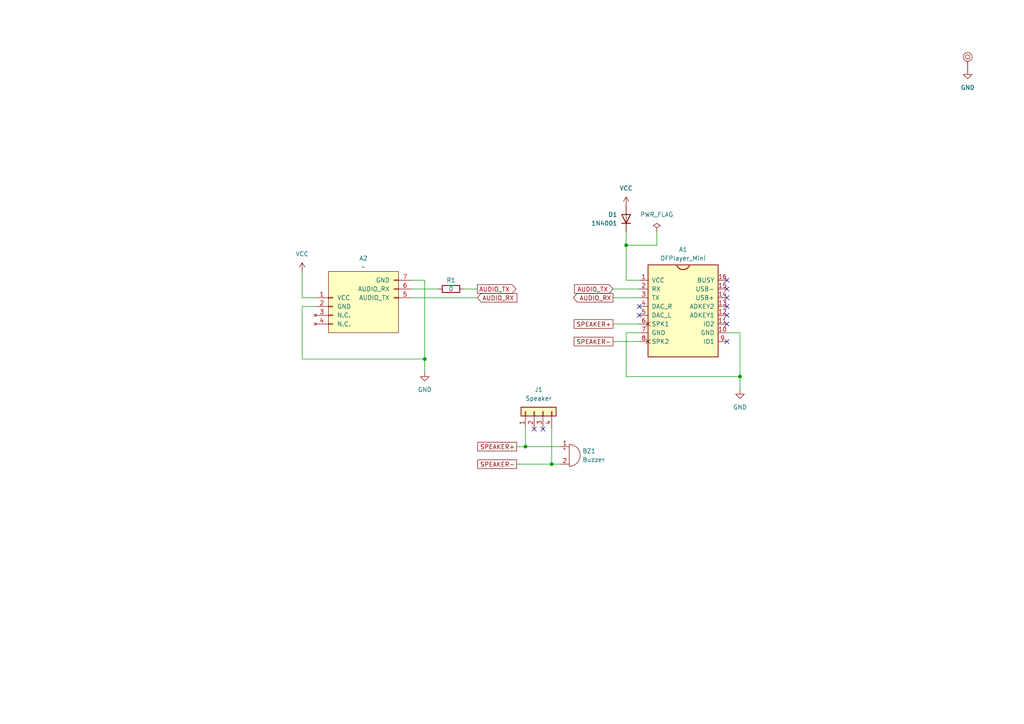
<source format=kicad_sch>
(kicad_sch (version 20231120) (generator "eeschema") (generator_version "8.0")
  (paper "A4")
  (title_block (title "BulkyModem (Audio)") (rev "A") (comment 4 "Adds audio output functionality to module."))
  (lib_symbols
    (symbol "BulkyModem:AudioModule_Panel" (pin_names (offset 2.52))
      (property "Reference" "A" (at 0 6.35 0))
      (symbol "AudioModule_Panel_1_1"
        (rectangle (start -1.27 -10.033) (end 0 -10.287) (stroke (width 0.1524)))
        (rectangle (start -1.27 -7.493) (end 0 -7.747) (stroke (width 0.1524)))
        (rectangle (start -1.27 -4.953) (end 0 -5.207) (stroke (width 0.1524)))
        (rectangle (start -1.27 -2.413) (end 0 -2.667) (stroke (width 0.1524)))
        (polyline (pts (xy -1.27 5.08) (xy -1.27 -12.7) (xy 19.05 -12.7) (xy 19.05 5.08) (xy -1.27 5.08)) (fill (type background)))
        (rectangle (start 19.05 -2.667) (end 17.78 -2.413) (stroke (width 0.1524)))
        (rectangle (start 19.05 -0.127) (end 17.78 0.127) (stroke (width 0.1524)))
        (rectangle (start 19.05 2.413) (end 17.78 2.667) (stroke (width 0.1524)))
        (pin power_out line (at -5.08 -2.54 0) (length 3.81) (name "VCC") (number "1"))
        (pin power_out line (at -5.08 -5.08 0) (length 3.81) (name "GND") (number "2"))
        (pin no_connect line (at -5.08 -7.62 0) (length 3.81) (name "N.C.") (number "3"))
        (pin no_connect line (at -5.08 -10.16 0) (length 3.81) (name "N.C.") (number "4"))
        (pin input line (at 22.86 -2.54 180) (length 3.81) (name "AUDIO_TX") (number "5"))
        (pin output line (at 22.86 0 180) (length 3.81) (name "AUDIO_RX") (number "6"))
        (pin passive line (at 22.86 2.54 180) (length 3.81) (name "GND") (number "7"))
      )
    )
    (symbol "Connector_Generic:Conn_01x04" (pin_names (offset 1.016) hide)
      (property "Reference" "J" (at 0 5.08 0))
      (property "Value" "Conn_01x04" (at 0 -7.62 0))
      (symbol "Conn_01x04_1_1"
        (rectangle (start -1.27 -4.953) (end 0 -5.207) (stroke (width 0.1524)))
        (rectangle (start -1.27 -2.413) (end 0 -2.667) (stroke (width 0.1524)))
        (rectangle (start -1.27 0.127) (end 0 -0.127) (stroke (width 0.1524)))
        (rectangle (start -1.27 2.667) (end 0 2.413) (stroke (width 0.1524)))
        (rectangle (start -1.27 3.81) (end 1.27 -6.35) (stroke (width 0.254)) (fill (type background)))
        (pin passive line (at -5.08 2.54 0) (length 3.81) (name "Pin_1") (number "1"))
        (pin passive line (at -5.08 0 0) (length 3.81) (name "Pin_2") (number "2"))
        (pin passive line (at -5.08 -2.54 0) (length 3.81) (name "Pin_3") (number "3"))
        (pin passive line (at -5.08 -5.08 0) (length 3.81) (name "Pin_4") (number "4"))
      )
    )
    (symbol "DFPlayer_Mini:DFPlayer_Mini" (pin_names (offset 1.016))
      (property "Reference" "A" (at 0 -20.32 0))
      (property "Value" "DFPlayer_Mini" (at 0 9.525 0))
      (symbol "DFPlayer_Mini_0_1"
        (rectangle (start -10.16 7.62) (end 10.16 -19.05) (stroke (width 0.254)) (fill (type background)))
        (arc (start -1.905 7.62) (mid 0 6.247) (end 1.905 7.62) (stroke (width 0.254)))
      )
      (symbol "DFPlayer_Mini_1_1"
        (pin power_in line (at -12.7 3.175 0) (length 2.54) (name "VCC") (number "1"))
        (pin power_in line (at 12.7 -12.065 180) (length 2.54) (name "GND") (number "10"))
        (pin input line (at 12.7 -9.525 180) (length 2.54) (name "IO2") (number "11"))
        (pin input line (at 12.7 -6.985 180) (length 2.54) (name "ADKEY1") (number "12"))
        (pin input line (at 12.7 -4.445 180) (length 2.54) (name "ADKEY2") (number "13"))
        (pin power_in line (at 12.7 -1.905 180) (length 2.54) (name "USB+") (number "14"))
        (pin power_in line (at 12.7 0.635 180) (length 2.54) (name "USB-") (number "15"))
        (pin output line (at 12.7 3.175 180) (length 2.54) (name "BUSY") (number "16"))
        (pin input line (at -12.7 0.635 0) (length 2.54) (name "RX") (number "2"))
        (pin output line (at -12.7 -1.905 0) (length 2.54) (name "TX") (number "3"))
        (pin output line (at -12.7 -4.445 0) (length 2.54) (name "DAC_R") (number "4"))
        (pin output line (at -12.7 -6.985 0) (length 2.54) (name "DAC_L") (number "5"))
        (pin output non_logic (at -12.7 -9.525 0) (length 2.54) (name "SPK1") (number "6"))
        (pin power_in line (at -12.7 -12.065 0) (length 2.54) (name "GND") (number "7"))
        (pin output non_logic (at -12.7 -14.605 0) (length 2.54) (name "SPK2") (number "8"))
        (pin input line (at 12.7 -14.605 180) (length 2.54) (name "IO1") (number "9"))
      )
    )
    (symbol "Device:Buzzer" (pin_names (offset 0.0254) hide)
      (property "Reference" "BZ" (at 3.81 1.27 0))
      (property "Value" "Buzzer" (at 3.81 -1.27 0))
      (symbol "Buzzer_0_1"
        (arc (start 0 -3.175) (mid 3.1612 0) (end 0 3.175))
        (polyline (pts (xy -1.651 1.905) (xy -1.143 1.905)))
        (polyline (pts (xy -1.397 2.159) (xy -1.397 1.651)))
        (polyline (pts (xy 0 3.175) (xy 0 -3.175)))
      )
      (symbol "Buzzer_1_1"
        (pin passive line (at -2.54 2.54 0) (length 2.54) (name "+") (number "1"))
        (pin passive line (at -2.54 -2.54 0) (length 2.54) (name "-") (number "2"))
      )
    )
    (symbol "Device:R" (pin_numbers hide) (pin_names (offset 0))
      (property "Reference" "R" (at 2.032 0 90))
      (property "Value" "R" (at 0 0 90))
      (symbol "R_0_1"
        (rectangle (start -1.016 -2.54) (end 1.016 2.54) (stroke (width 0.254)))
      )
      (symbol "R_1_1"
        (pin passive line (at 0 3.81 270) (length 1.27) (name "~") (number "1"))
        (pin passive line (at 0 -3.81 90) (length 1.27) (name "~") (number "2"))
      )
    )
    (symbol "Diode:1N4001" (pin_numbers hide) (pin_names hide)
      (property "Reference" "D" (at 0 2.54 0))
      (property "Value" "1N4001" (at 0 -2.54 0))
      (symbol "1N4001_0_1"
        (polyline (pts (xy -1.27 1.27) (xy -1.27 -1.27)) (stroke (width 0.254)))
        (polyline (pts (xy 1.27 0) (xy -1.27 0)))
        (polyline (pts (xy 1.27 1.27) (xy 1.27 -1.27) (xy -1.27 0) (xy 1.27 1.27)) (stroke (width 0.254)))
      )
      (symbol "1N4001_1_1"
        (pin passive line (at -3.81 0 0) (length 2.54) (name "K") (number "1"))
        (pin passive line (at 3.81 0 180) (length 2.54) (name "A") (number "2"))
      )
    )
    (symbol "Mounting:Mounting_Pin" (pin_numbers hide) (pin_names (offset 0) hide)
      (symbol "Mounting_Pin_0_1"
        (circle (center 0 0) (radius 0.635))
        (circle (center 0 0) (radius 1.27))
      )
      (symbol "Mounting_Pin_1_1"
        (pin passive line (at 0 -3.81 90) (length 2.54) (name "~") (number "1"))
      )
    )
    (symbol "power:GND" (power) (pin_numbers hide) (pin_names (offset 0) hide)
      (property "Value" "GND" (at 0 -3.81 0))
      (symbol "GND_0_1"
        (polyline (pts (xy 0 0) (xy 0 -1.27) (xy 1.27 -1.27) (xy 0 -2.54) (xy -1.27 -1.27) (xy 0 -1.27)))
      )
      (symbol "GND_1_1"
        (pin power_in line (at 0 0 270) (length 0) (name "~") (number "1"))
      )
    )
    (symbol "power:PWR_FLAG" (power) (pin_numbers hide) (pin_names (offset 0) hide)
      (property "Value" "PWR_FLAG" (at 0 3.81 0))
      (symbol "PWR_FLAG_0_0"
        (pin power_out line (at 0 0 90) (length 0) (name "~") (number "1"))
      )
      (symbol "PWR_FLAG_0_1"
        (polyline (pts (xy 0 0) (xy 0 1.27) (xy -1.016 1.905) (xy 0 2.54) (xy 1.016 1.905) (xy 0 1.27)))
      )
    )
    (symbol "power:VCC" (power) (pin_numbers hide) (pin_names (offset 0) hide)
      (property "Value" "VCC" (at 0 3.556 0))
      (symbol "VCC_0_1"
        (polyline (pts (xy -0.762 1.27) (xy 0 2.54)))
        (polyline (pts (xy 0 0) (xy 0 2.54)))
        (polyline (pts (xy 0 2.54) (xy 0.762 1.27)))
      )
      (symbol "VCC_1_1"
        (pin power_in line (at 0 0 90) (length 0) (name "~") (number "1"))
      )
    )
  )
  (junction (at 123.19 104.14))
  (junction (at 160.02 134.62))
  (junction (at 214.63 109.22))
  (junction (at 181.61 71.12))
  (junction (at 152.4 129.54))
  (no_connect (at 210.82 83.82))
  (no_connect (at 210.82 99.06))
  (no_connect (at 185.42 91.44))
  (no_connect (at 154.94 124.46))
  (no_connect (at 210.82 93.98))
  (no_connect (at 210.82 86.36))
  (no_connect (at 157.48 124.46))
  (no_connect (at 210.82 91.44))
  (no_connect (at 185.42 88.9))
  (no_connect (at 210.82 81.28))
  (no_connect (at 210.82 88.9))
  (wire (pts (xy 134.62 83.82) (xy 138.43 83.82)))
  (wire (pts (xy 181.61 71.12) (xy 181.61 81.28)))
  (wire (pts (xy 177.8 99.06) (xy 185.42 99.06)))
  (wire (pts (xy 214.63 109.22) (xy 214.63 113.03)))
  (wire (pts (xy 87.63 88.9) (xy 87.63 104.14)))
  (wire (pts (xy 152.4 129.54) (xy 162.56 129.54)))
  (wire (pts (xy 123.19 104.14) (xy 123.19 107.95)))
  (wire (pts (xy 185.42 81.28) (xy 181.61 81.28)))
  (wire (pts (xy 119.38 83.82) (xy 127 83.82)))
  (wire (pts (xy 87.63 78.74) (xy 87.63 86.36)))
  (wire (pts (xy 123.19 81.28) (xy 119.38 81.28)))
  (wire (pts (xy 160.02 124.46) (xy 160.02 134.62)))
  (wire (pts (xy 177.8 83.82) (xy 185.42 83.82)))
  (wire (pts (xy 177.8 86.36) (xy 185.42 86.36)))
  (wire (pts (xy 149.86 129.54) (xy 152.4 129.54)))
  (wire (pts (xy 177.8 93.98) (xy 185.42 93.98)))
  (wire (pts (xy 214.63 109.22) (xy 181.61 109.22)))
  (wire (pts (xy 181.61 96.52) (xy 185.42 96.52)))
  (wire (pts (xy 149.86 134.62) (xy 160.02 134.62)))
  (wire (pts (xy 123.19 104.14) (xy 123.19 81.28)))
  (wire (pts (xy 91.44 86.36) (xy 87.63 86.36)))
  (wire (pts (xy 119.38 86.36) (xy 138.43 86.36)))
  (wire (pts (xy 87.63 104.14) (xy 123.19 104.14)))
  (wire (pts (xy 181.61 71.12) (xy 190.5 71.12)))
  (wire (pts (xy 181.61 109.22) (xy 181.61 96.52)))
  (wire (pts (xy 214.63 96.52) (xy 214.63 109.22)))
  (wire (pts (xy 152.4 129.54) (xy 152.4 124.46)))
  (wire (pts (xy 210.82 96.52) (xy 214.63 96.52)))
  (wire (pts (xy 190.5 67.31) (xy 190.5 71.12)))
  (wire (pts (xy 91.44 88.9) (xy 87.63 88.9)))
  (wire (pts (xy 181.61 67.31) (xy 181.61 71.12)))
  (wire (pts (xy 160.02 134.62) (xy 162.56 134.62)))
  (global_label "SPEAKER+" (shape passive) (at 177.8 93.98 180) (property "Intersheetrefs" "${INTERSHEET_REFS}" (effects (hide yes))))
  (global_label "SPEAKER-" (shape passive) (at 177.8 99.06 180) (property "Intersheetrefs" "${INTERSHEET_REFS}" (effects (hide yes))))
  (global_label "AUDIO_RX" (shape input) (at 138.43 86.36 0) (property "Intersheetrefs" "${INTERSHEET_REFS}" (effects (hide yes))))
  (global_label "AUDIO_RX" (shape output) (at 177.8 86.36 180) (property "Intersheetrefs" "${INTERSHEET_REFS}" (effects (hide yes))))
  (global_label "SPEAKER+" (shape passive) (at 149.86 129.54 180) (property "Intersheetrefs" "${INTERSHEET_REFS}" (effects (hide yes))))
  (global_label "AUDIO_TX" (shape input) (at 177.8 83.82 180) (property "Intersheetrefs" "${INTERSHEET_REFS}" (effects (hide yes))))
  (global_label "AUDIO_TX" (shape output) (at 138.43 83.82 0) (property "Intersheetrefs" "${INTERSHEET_REFS}" (effects (hide yes))))
  (global_label "SPEAKER-" (shape passive) (at 149.86 134.62 180) (property "Intersheetrefs" "${INTERSHEET_REFS}" (effects (hide yes))))
  (symbol (lib_id "Connector_Generic:Conn_01x04") (at 154.94 119.38 90) (unit 1)
    (property "Reference" "J1" (at 156.21 113.03 90))
    (property "Value" "Speaker" (at 156.21 115.57 90))
    (property "Footprint" "Connector_PinHeader_2.54mm:PinHeader_1x04_P2.54mm_Horizontal" (effects (hide yes)))
    (property "Description" "Generic connector, single row, 01x04, script generated (kicad-library-utils/schlib/autogen/connector/)" (effects (hide yes)))
  )
  (symbol (lib_id "power:VCC") (at 181.61 59.69 0) (unit 1)
    (property "Reference" "#PWR04" (effects (hide yes)))
    (property "Value" "VCC" (at 181.61 54.61 0))
    (property "Description" "Power symbol creates a global label with name \"VCC\"" (effects (hide yes)))
  )
  (symbol (lib_id "Device:R") (at 130.81 83.82 90) (unit 1)
    (property "Reference" "R1" (at 130.81 81.28 90))
    (property "Value" "0" (at 130.81 83.82 90))
    (property "Footprint" "Resistor_THT:R_Axial_DIN0207_L6.3mm_D2.5mm_P10.16mm_Horizontal" (effects (hide yes)))
    (property "Description" "Resistor" (effects (hide yes)))
  )
  (symbol (lib_id "BulkyModem:AudioModule_Panel") (at 96.52 83.82 0) (unit 1)
    (property "Reference" "A2" (at 105.41 74.93 0))
    (property "Value" "~" (at 105.41 77.47 0))
    (property "Footprint" "BulkyModem:AudioModule_Connector" (effects (hide yes)))
  )
  (symbol (lib_id "power:VCC") (at 87.63 78.74 0) (unit 1)
    (property "Reference" "#PWR02" (effects (hide yes)))
    (property "Value" "VCC" (at 87.63 73.66 0))
    (property "Description" "Power symbol creates a global label with name \"VCC\"" (effects (hide yes)))
  )
  (symbol (lib_id "power:GND") (at 214.63 113.03 0) (unit 1)
    (property "Reference" "#PWR01" (effects (hide yes)))
    (property "Value" "GND" (at 214.63 118.11 0))
    (property "Description" "Power symbol creates a global label with name \"GND\" , ground" (effects (hide yes)))
  )
  (symbol (lib_id "Mounting:Mounting_Pin") (at 280.67 16.51 0) (unit 1)
    (property "Reference" "M1" (effects (hide yes)))
    (property "Value" "Mounting_Pin" (effects (hide yes)))
    (property "Footprint" "mounting:M3_pin" (effects (hide yes)))
    (property "Description" "Generic connector, single row, 01x01" (effects (hide yes)))
  )
  (symbol (lib_id "power:GND") (at 123.19 107.95 0) (unit 1)
    (property "Reference" "#PWR03" (effects (hide yes)))
    (property "Value" "GND" (at 123.19 113.03 0))
    (property "Description" "Power symbol creates a global label with name \"GND\" , ground" (effects (hide yes)))
  )
  (symbol (lib_id "Device:Buzzer") (at 165.1 132.08 0) (unit 1)
    (property "Reference" "BZ1" (at 168.91 130.8099 0) (effects (justify left)))
    (property "Value" "Buzzer" (at 168.91 133.3499 0) (effects (justify left)))
    (property "Footprint" "small_buzzer:Buzzer_12x9.5RM7.6" (effects (hide yes)))
    (property "Description" "Buzzer, polarized" (effects (hide yes)))
  )
  (symbol (lib_id "power:GND") (at 280.67 20.32 0) (unit 1)
    (property "Reference" "#PWR05" (effects (hide yes)))
    (property "Value" "GND" (at 280.67 25.4 0))
    (property "Description" "Power symbol creates a global label with name \"GND\" , ground" (effects (hide yes)))
  )
  (symbol (lib_id "Diode:1N4001") (at 181.61 63.5 270) (mirror x) (unit 1)
    (property "Reference" "D1" (at 179.07 62.2299 90) (effects (justify right)))
    (property "Value" "1N4001" (at 179.07 64.7699 90) (effects (justify right)))
    (property "Footprint" "Diode_THT:D_DO-41_SOD81_P10.16mm_Horizontal" (effects (hide yes)))
    (property "Datasheet" "http://www.vishay.com/docs/88503/1n4001.pdf" (effects (hide yes)))
    (property "Description" "50V 1A General Purpose Rectifier Diode, DO-41" (effects (hide yes)))
    (property "Sim.Device" "D" (effects (hide yes)))
    (property "Sim.Pins" "1=K 2=A" (effects (hide yes)))
  )
  (symbol (lib_id "power:PWR_FLAG") (at 190.5 67.31 0) (unit 1)
    (property "Reference" "#FLG01" (effects (hide yes)))
    (property "Value" "PWR_FLAG" (at 190.5 62.23 0))
    (property "Description" "Special symbol for telling ERC where power comes from" (effects (hide yes)))
  )
  (symbol (lib_id "DFPlayer_Mini:DFPlayer_Mini") (at 198.12 84.455 0) (unit 1)
    (property "Reference" "A1" (at 198.12 72.39 0))
    (property "Value" "DFPlayer_Mini" (at 198.12 74.93 0))
    (property "Footprint" "DFPlayer_Mini:DFPlayer_Mini" (effects (hide yes)))
  )
)
</source>
